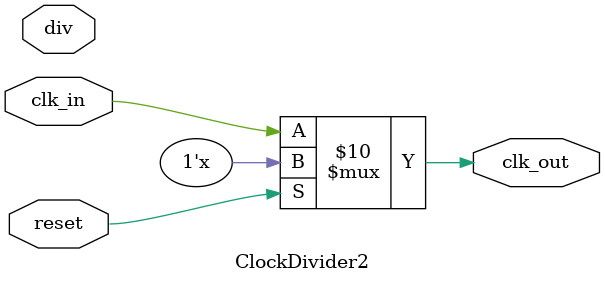
<source format=v>
module ClockDivider2( clk_in, div, clk_out, reset);

input  wire clk_in;
input  wire [15:0] div;
output reg clk_out;
input  wire reset;
reg [15:0]  counter;
//   reg 	       clk_buf;

/* -----\/----- EXCLUDED -----\/-----
`ifdef SPARTAN3
   //clock buffer
   BUFG cb (
      .I ( clk_buf ),
      .O ( clk_out )
   );
`else
   assign     clk_out = clk_buf;
`endif
-----/\----- EXCLUDED -----/\----- */

//   assign     clk_out = div == 1 ? clk_in : clk_buf;

always @ ( clk_in, reset, div )
begin
   if(!reset)
   begin
      counter <= div;
      clk_out <= clk_in;
   end
   else
   begin
      if(counter == 1)
      begin
         clk_out <= ~clk_out;
         counter <= div;
      end		  
      else
         counter <= counter - 1;
   end // else: !if(!reset)
end // always @ (posedge clk_in, negedge reset)
endmodule // ClkDivider

</source>
